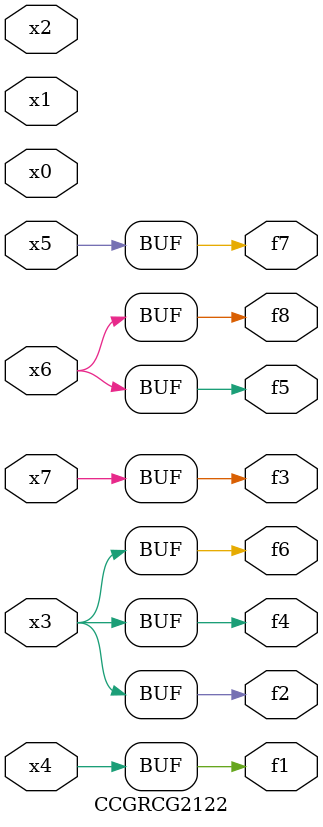
<source format=v>
module CCGRCG2122(
	input x0, x1, x2, x3, x4, x5, x6, x7,
	output f1, f2, f3, f4, f5, f6, f7, f8
);
	assign f1 = x4;
	assign f2 = x3;
	assign f3 = x7;
	assign f4 = x3;
	assign f5 = x6;
	assign f6 = x3;
	assign f7 = x5;
	assign f8 = x6;
endmodule

</source>
